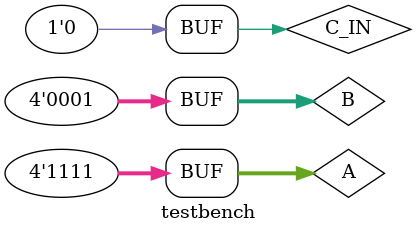
<source format=v>
module testbench (
    
);
    reg [3:0]A,B;
    reg C_IN;
    wire [3:0]SUM;
    wire C_OUT;
    fbitfa DUT(A,B,C_IN,C_OUT,SUM);

    initial begin

        $monitor($time," A=%b, B=%b, C_IN=%b, C_OUT=%b, SUM=%b",A,B,C_IN,C_OUT,SUM);
        $dumpfile("fbitfa.vcd");
        $dumpvars(0,testbench);
        A=4'b0000;B=4'b0001;C_IN=1'b0;
        #100
        A=4'b0011;B=4'b0011;C_IN=1'b0;
        #100
        A=4'b1111;B=4'b0001;C_IN=1'b0;
        
        
    end
endmodule
</source>
